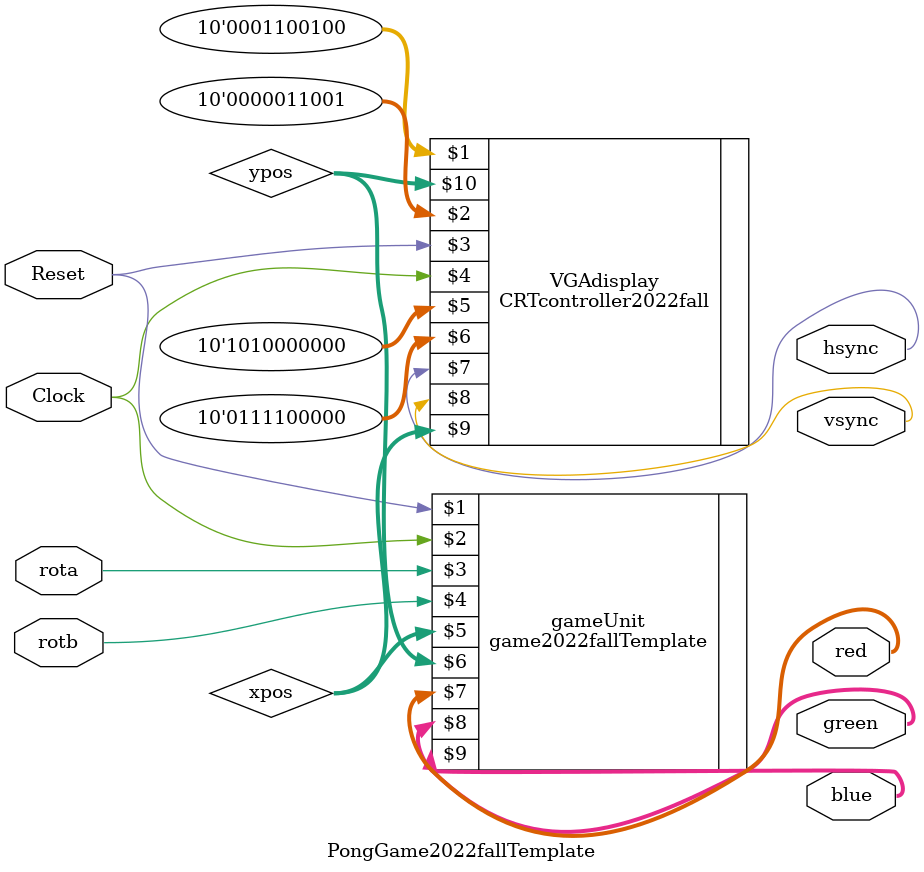
<source format=v>
`timescale 1ns / 1ps

//pong game with new controller template
//ECE433-01 Fall 2022
//Term Project VGA driver template
//the video controller uses synch timings from the pong game
//the system clock should be 100MHz
//the VGA pixel clock is 25MHz
//this is a template for students to complete
//try to match the video_timer
//based on pong from http://www.bigmessowires.com/2009/06/21/fpga-pong/. 

module PongGame2022fallTemplate(
    input Reset, Clock, rota, rotb,  
    output [3:0] red, green, blue,
    output hsync, vsync
    );

wire [9:0] xpos;
wire [9:0] ypos;

parameter [9:0] NumberofPixels=10'd640, NumberofLines=10'd480;
parameter [9:0] SystemClock=10'd100, CRTClock=10'd25; //MHz 

//module CRTcontroller2022fall #(parameter ResolutionSize=10, SystemClockSize=10) (
//input [SystemClockSize-1:0] SystemClockFreq, CRTClockFreq, 
//input reset, clock, 
//input [ResolutionSize-1:0] Xresolution, Yresolution,
//output hsync, vsync, 
//output [ResolutionSize-1:0] xpos, ypos);

CRTcontroller2022fall VGAdisplay(SystemClock, CRTClock, Reset, Clock, 
     NumberofPixels, NumberofLines, hsync, vsync, xpos, ypos);
	  
//module game2022fall_JJS(
//input Reset, clk25, rota, rotb,
//input [9:0] xpos, ypos,
//output [3:0] red, green, blue);

//change the name of this module to include your names
game2022fallTemplate gameUnit(Reset,Clock, rota, rotb, xpos, ypos, red, green, blue);
					
endmodule

</source>
